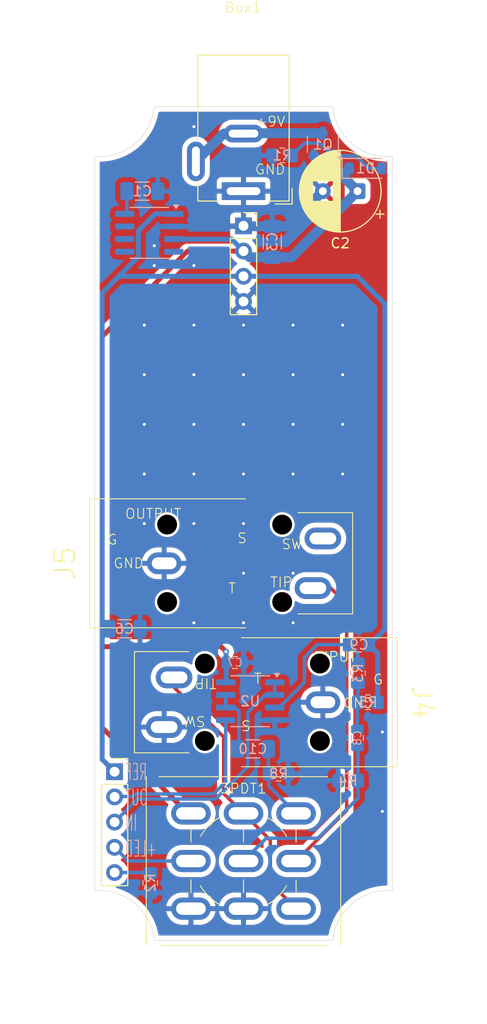
<source format=kicad_pcb>
(kicad_pcb (version 20241229) (generator "pcbnew") (generator_version "9.0")
  (layers (0 "F.Cu" jumper) (2 "B.Cu" signal) (13 "F.Paste" user) (15 "B.Paste" user) (5 "F.SilkS" user "F.Silkscreen") (7 "B.SilkS" user "B.Silkscreen") (1 "F.Mask" user) (3 "B.Mask" user) (25 "Edge.Cuts" user))
  (net 0 "")
  (net 1 "VIN")
  (net 2 "Net-(U1-NOISE_REDUCTION)")
  (net 3 "GND")
  (net 4 "IN^{EFF}")
  (net 5 "GNDREF")
  (net 6 "IN^{RAW}")
  (net 7 "OUT^{RAW}")
  (net 8 "Net-(D1-A)")
  (net 9 "Net-(U2A-+)")
  (net 10 "IN^{CONN}")
  (net 11 "Net-(C8-Pad2)")
  (net 12 "LED+")
  (net 13 "OUT^{CONN}")
  (net 14 "Net-(U2B--)")
  (net 15 "OUT^{EFF}")
  (net 16 "LED-")
  (net 22 "PWRIN")
  (footprint "Connector_BarrelJack:BarrelJack_Wuerth_6941xx301002" (layer "F.Cu") (at 100 66.5 180)
    (property "Reference" "J3" (hide yes))
    (property "Value" "Barrel_Jack_Switch")
    (fp_line (start 4.6 13.7) (end -4.6 13.7) (stroke (width 0.12)) (layer "F.SilkS"))
    (fp_line (start 4.6 5.2) (end 4.6 13.7) (stroke (width 0.12)) (layer "F.SilkS"))
    (fp_line (start 4.6 -1) (end 4.6 0.8) (stroke (width 0.12)) (layer "F.SilkS"))
    (fp_line (start 2.5 -1) (end 4.6 -1) (stroke (width 0.12)) (layer "F.SilkS"))
    (fp_line (start -3.2 -1.3) (end -4.9 -1.3) (stroke (width 0.12)) (layer "F.SilkS"))
    (fp_line (start -4.6 13.7) (end -4.6 -1) (stroke (width 0.12)) (layer "F.SilkS"))
    (fp_line (start -4.6 -1) (end -2.5 -1) (stroke (width 0.12)) (layer "F.SilkS"))
    (fp_line (start -4.9 -1.3) (end -4.9 0.3) (stroke (width 0.12)) (layer "F.SilkS"))
    (pad "1" thru_hole rect (at 0 0 180) (size 4.4 1.8) (drill oval 3.4 0.8) (layers "*.Cu" "*.Mask") (net 3 "GND"))
    (pad "2" thru_hole oval (at 0 5.8 180) (size 4 1.8) (drill oval 3 0.8) (layers "*.Cu" "*.Mask") (net 22 "PWRIN"))
    (pad "3" thru_hole oval (at 4.8 3 270) (size 4 1.8) (drill oval 3 0.8) (layers "*.Cu" "*.Mask") (net 22 "PWRIN"))
  )
  (footprint "Connector_PinSocket_2.54mm:PinSocket_1x04_P2.54mm_Vertical" (layer "F.Cu") (at 100 70)
    (property "Reference" "J1" (hide yes))
    (property "Value" "Conn_01x04_Pin")
    (fp_line (start -1.33 1.27) (end -1.33 8.95) (stroke (width 0.12)) (layer "F.SilkS"))
    (fp_line (start -1.33 1.27) (end 1.33 1.27) (stroke (width 0.12)) (layer "F.SilkS"))
    (fp_line (start -1.33 8.95) (end 1.33 8.95) (stroke (width 0.12)) (layer "F.SilkS"))
    (fp_line (start 0 -1.33) (end 1.33 -1.33) (stroke (width 0.12)) (layer "F.SilkS"))
    (fp_line (start 1.33 -1.33) (end 1.33 0) (stroke (width 0.12)) (layer "F.SilkS"))
    (fp_line (start 1.33 1.27) (end 1.33 8.95) (stroke (width 0.12)) (layer "F.SilkS"))
    (pad "1" thru_hole rect (at 0 0) (size 1.7 1.7) (drill 1) (layers "*.Cu" "*.Mask") (net 3 "GND"))
    (pad "2" thru_hole circle (at 0 2.54) (size 1.7 1.7) (drill 1) (layers "*.Cu" "*.Mask") (net 1 "VIN"))
    (pad "3" thru_hole circle (at 0 5.08) (size 1.7 1.7) (drill 1) (layers "*.Cu" "*.Mask") (net 5 "GNDREF"))
    (pad "4" thru_hole circle (at 0 7.62) (size 1.7 1.7) (drill 1) (layers "*.Cu" "*.Mask") (net 3 "GND"))
  )
  (footprint "Connector_PinSocket_2.54mm:PinSocket_1x05_P2.54mm_Vertical" (layer "F.Cu") (at 87 125)
    (property "Reference" "J2" (hide yes))
    (property "Value" "Conn_01x05_Pin")
    (fp_line (start -1.33 1.27) (end -1.33 11.49) (stroke (width 0.12)) (layer "F.SilkS"))
    (fp_line (start -1.33 1.27) (end 1.33 1.27) (stroke (width 0.12)) (layer "F.SilkS"))
    (fp_line (start -1.33 11.49) (end 1.33 11.49) (stroke (width 0.12)) (layer "F.SilkS"))
    (fp_line (start 0 -1.33) (end 1.33 -1.33) (stroke (width 0.12)) (layer "F.SilkS"))
    (fp_line (start 1.33 -1.33) (end 1.33 0) (stroke (width 0.12)) (layer "F.SilkS"))
    (fp_line (start 1.33 1.27) (end 1.33 11.49) (stroke (width 0.12)) (layer "F.SilkS"))
    (pad "1" thru_hole rect (at 0 0) (size 1.7 1.7) (drill 1) (layers "*.Cu" "*.Mask") (net 5 "GNDREF"))
    (pad "2" thru_hole circle (at 0 2.54) (size 1.7 1.7) (drill 1) (layers "*.Cu" "*.Mask") (net 15 "OUT^{EFF}"))
    (pad "3" thru_hole circle (at 0 5.08) (size 1.7 1.7) (drill 1) (layers "*.Cu" "*.Mask") (net 4 "IN^{EFF}"))
    (pad "4" thru_hole circle (at 0 7.62) (size 1.7 1.7) (drill 1) (layers "*.Cu" "*.Mask") (net 12 "LED+"))
    (pad "5" thru_hole circle (at 0 10.16) (size 1.7 1.7) (drill 1) (layers "*.Cu" "*.Mask") (net 16 "LED-"))
  )
  (footprint "Capacitor_THT:CP_Radial_D8.0mm_P3.50mm" (layer "F.Cu") (at 111.5 66.5 180)
    (property "Reference" "C2" (at 1.75 -5.25 0) (layer "F.SilkS"))
    (property "Value" "100uF")
    (fp_line (start 5.83 -0.533) (end 5.83 0.533) (stroke (width 0.12)) (layer "F.SilkS"))
    (fp_line (start 5.79 -0.768) (end 5.79 0.768) (stroke (width 0.12)) (layer "F.SilkS"))
    (fp_line (start 5.75 -0.947) (end 5.75 0.947) (stroke (width 0.12)) (layer "F.SilkS"))
    (fp_line (start 5.71 -1.097) (end 5.71 1.097) (stroke (width 0.12)) (layer "F.SilkS"))
    (fp_line (start 5.67 -1.228) (end 5.67 1.228) (stroke (width 0.12)) (layer "F.SilkS"))
    (fp_line (start 5.63 -1.346) (end 5.63 1.346) (stroke (width 0.12)) (layer "F.SilkS"))
    (fp_line (start 5.59 -1.453) (end 5.59 1.453) (stroke (width 0.12)) (layer "F.SilkS"))
    (fp_line (start 5.55 -1.552) (end 5.55 1.552) (stroke (width 0.12)) (layer "F.SilkS"))
    (fp_line (start 5.51 -1.644) (end 5.51 1.644) (stroke (width 0.12)) (layer "F.SilkS"))
    (fp_line (start 5.47 -1.731) (end 5.47 1.731) (stroke (width 0.12)) (layer "F.SilkS"))
    (fp_line (start 5.43 -1.813) (end 5.43 1.813) (stroke (width 0.12)) (layer "F.SilkS"))
    (fp_line (start 5.39 -1.89) (end 5.39 1.89) (stroke (width 0.12)) (layer "F.SilkS"))
    (fp_line (start 5.35 -1.964) (end 5.35 1.964) (stroke (width 0.12)) (layer "F.SilkS"))
    (fp_line (start 5.31 -2.034) (end 5.31 2.034) (stroke (width 0.12)) (layer "F.SilkS"))
    (fp_line (start 5.27 -2.101) (end 5.27 2.101) (stroke (width 0.12)) (layer "F.SilkS"))
    (fp_line (start 5.23 -2.165) (end 5.23 2.165) (stroke (width 0.12)) (layer "F.SilkS"))
    (fp_line (start 5.19 -2.227) (end 5.19 2.227) (stroke (width 0.12)) (layer "F.SilkS"))
    (fp_line (start 5.15 -2.287) (end 5.15 2.287) (stroke (width 0.12)) (layer "F.SilkS"))
    (fp_line (start 5.11 -2.344) (end 5.11 2.344) (stroke (width 0.12)) (layer "F.SilkS"))
    (fp_line (start 5.07 -2.4) (end 5.07 2.4) (stroke (width 0.12)) (layer "F.SilkS"))
    (fp_line (start 5.03 -2.453) (end 5.03 2.453) (stroke (width 0.12)) (layer "F.SilkS"))
    (fp_line (start 4.99 -2.505) (end 4.99 2.505) (stroke (width 0.12)) (layer "F.SilkS"))
    (fp_line (start 4.95 -2.555) (end 4.95 2.555) (stroke (width 0.12)) (layer "F.SilkS"))
    (fp_line (start 4.91 -2.604) (end 4.91 2.604) (stroke (width 0.12)) (layer "F.SilkS"))
    (fp_line (start 4.87 -2.651) (end 4.87 2.651) (stroke (width 0.12)) (layer "F.SilkS"))
    (fp_line (start 4.83 -2.696) (end 4.83 2.696) (stroke (width 0.12)) (layer "F.SilkS"))
    (fp_line (start 4.79 -2.741) (end 4.79 2.741) (stroke (width 0.12)) (layer "F.SilkS"))
    (fp_line (start 4.75 -2.784) (end 4.75 2.784) (stroke (width 0.12)) (layer "F.SilkS"))
    (fp_line (start 4.71 -2.826) (end 4.71 2.826) (stroke (width 0.12)) (layer "F.SilkS"))
    (fp_line (start 4.67 -2.867) (end 4.67 2.867) (stroke (width 0.12)) (layer "F.SilkS"))
    (fp_line (start 4.63 -2.906) (end 4.63 2.906) (stroke (width 0.12)) (layer "F.SilkS"))
    (fp_line (start 4.59 -2.945) (end 4.59 2.945) (stroke (width 0.12)) (layer "F.SilkS"))
    (fp_line (start 4.55 -2.982) (end 4.55 2.982) (stroke (width 0.12)) (layer "F.SilkS"))
    (fp_line (start 4.51 1.04) (end 4.51 3.019) (stroke (width 0.12)) (layer "F.SilkS"))
    (fp_line (start 4.51 -3.019) (end 4.51 -1.04) (stroke (width 0.12)) (layer "F.SilkS"))
    (fp_line (start 4.47 1.04) (end 4.47 3.055) (stroke (width 0.12)) (layer "F.SilkS"))
    (fp_line (start 4.47 -3.055) (end 4.47 -1.04) (stroke (width 0.12)) (layer "F.SilkS"))
    (fp_line (start 4.43 1.04) (end 4.43 3.089) (stroke (width 0.12)) (layer "F.SilkS"))
    (fp_line (start 4.43 -3.089) (end 4.43 -1.04) (stroke (width 0.12)) (layer "F.SilkS"))
    (fp_line (start 4.39 1.04) (end 4.39 3.123) (stroke (width 0.12)) (layer "F.SilkS"))
    (fp_line (start 4.39 -3.123) (end 4.39 -1.04) (stroke (width 0.12)) (layer "F.SilkS"))
    (fp_line (start 4.35 1.04) (end 4.35 3.156) (stroke (width 0.12)) (layer "F.SilkS"))
    (fp_line (start 4.35 -3.156) (end 4.35 -1.04) (stroke (width 0.12)) (layer "F.SilkS"))
    (fp_line (start 4.31 1.04) (end 4.31 3.188) (stroke (width 0.12)) (layer "F.SilkS"))
    (fp_line (start 4.31 -3.188) (end 4.31 -1.04) (stroke (width 0.12)) (layer "F.SilkS"))
    (fp_line (start 4.27 1.04) (end 4.27 3.219) (stroke (width 0.12)) (layer "F.SilkS"))
    (fp_line (start 4.27 -3.219) (end 4.27 -1.04) (stroke (width 0.12)) (layer "F.SilkS"))
    (fp_line (start 4.23 1.04) (end 4.23 3.25) (stroke (width 0.12)) (layer "F.SilkS"))
    (fp_line (start 4.23 -3.25) (end 4.23 -1.04) (stroke (width 0.12)) (layer "F.SilkS"))
    (fp_line (start 4.19 1.04) (end 4.19 3.28) (stroke (width 0.12)) (layer "F.SilkS"))
    (fp_line (start 4.19 -3.28) (end 4.19 -1.04) (stroke (width 0.12)) (layer "F.SilkS"))
    (fp_line (start 4.15 1.04) (end 4.15 3.309) (stroke (width 0.12)) (layer "F.SilkS"))
    (fp_line (start 4.15 -3.309) (end 4.15 -1.04) (stroke (width 0.12)) (layer "F.SilkS"))
    (fp_line (start 4.11 1.04) (end 4.11 3.337) (stroke (width 0.12)) (layer "F.SilkS"))
    (fp_line (start 4.11 -3.337) (end 4.11 -1.04) (stroke (width 0.12)) (layer "F.SilkS"))
    (fp_line (start 4.07 1.04) (end 4.07 3.365) (stroke (width 0.12)) (layer "F.SilkS"))
    (fp_line (start 4.07 -3.365) (end 4.07 -1.04) (stroke (width 0.12)) (layer "F.SilkS"))
    (fp_line (start 4.03 1.04) (end 4.03 3.392) (stroke (width 0.12)) (layer "F.SilkS"))
    (fp_line (start 4.03 -3.392) (end 4.03 -1.04) (stroke (width 0.12)) (layer "F.SilkS"))
    (fp_line (start 3.99 1.04) (end 3.99 3.418) (stroke (width 0.12)) (layer "F.SilkS"))
    (fp_line (start 3.99 -3.418) (end 3.99 -1.04) (stroke (width 0.12)) (layer "F.SilkS"))
    (fp_line (start 3.95 1.04) (end 3.95 3.443) (stroke (width 0.12)) (layer "F.SilkS"))
    (fp_line (start 3.95 -3.443) (end 3.95 -1.04) (stroke (width 0.12)) (layer "F.SilkS"))
    (fp_line (start 3.91 1.04) (end 3.91 3.468) (stroke (width 0.12)) (layer "F.SilkS"))
    (fp_line (start 3.91 -3.468) (end 3.91 -1.04) (stroke (width 0.12)) (layer "F.SilkS"))
    (fp_line (start 3.87 1.04) (end 3.87 3.493) (stroke (width 0.12)) (layer "F.SilkS"))
    (fp_line (start 3.87 -3.493) (end 3.87 -1.04) (stroke (width 0.12)) (layer "F.SilkS"))
    (fp_line (start 3.83 1.04) (end 3.83 3.516) (stroke (width 0.12)) (layer "F.SilkS"))
    (fp_line (start 3.83 -3.516) (end 3.83 -1.04) (stroke (width 0.12)) (layer "F.SilkS"))
    (fp_line (start 3.79 1.04) (end 3.79 3.539) (stroke (width 0.12)) (layer "F.SilkS"))
    (fp_line (start 3.79 -3.539) (end 3.79 -1.04) (stroke (width 0.12)) (layer "F.SilkS"))
    (fp_line (start 3.75 1.04) (end 3.75 3.562) (stroke (width 0.12)) (layer "F.SilkS"))
    (fp_line (start 3.75 -3.562) (end 3.75 -1.04) (stroke (width 0.12)) (layer "F.SilkS"))
    (fp_line (start 3.71 1.04) (end 3.71 3.584) (stroke (width 0.12)) (layer "F.SilkS"))
    (fp_line (start 3.71 -3.584) (end 3.71 -1.04) (stroke (width 0.12)) (layer "F.SilkS"))
    (fp_line (start 3.67 1.04) (end 3.67 3.605) (stroke (width 0.12)) (layer "F.SilkS"))
    (fp_line (start 3.67 -3.605) (end 3.67 -1.04) (stroke (width 0.12)) (layer "F.SilkS"))
    (fp_line (start 3.63 1.04) (end 3.63 3.626) (stroke (width 0.12)) (layer "F.SilkS"))
    (fp_line (start 3.63 -3.626) (end 3.63 -1.04) (stroke (width 0.12)) (layer "F.SilkS"))
    (fp_line (start 3.59 1.04) (end 3.59 3.646) (stroke (width 0.12)) (layer "F.SilkS"))
    (fp_line (start 3.59 -3.646) (end 3.59 -1.04) (stroke (width 0.12)) (layer "F.SilkS"))
    (fp_line (start 3.55 1.04) (end 3.55 3.666) (stroke (width 0.12)) (layer "F.SilkS"))
    (fp_line (start 3.55 -3.666) (end 3.55 -1.04) (stroke (width 0.12)) (layer "F.SilkS"))
    (fp_line (start 3.51 1.04) (end 3.51 3.685) (stroke (width 0.12)) (layer "F.SilkS"))
    (fp_line (start 3.51 -3.685) (end 3.51 -1.04) (stroke (width 0.12)) (layer "F.SilkS"))
    (fp_line (start 3.47 1.04) (end 3.47 3.704) (stroke (width 0.12)) (layer "F.SilkS"))
    (fp_line (start 3.47 -3.704) (end 3.47 -1.04) (stroke (width 0.12)) (layer "F.SilkS"))
    (fp_line (start 3.43 1.04) (end 3.43 3.722) (stroke (width 0.12)) (layer "F.SilkS"))
    (fp_line (start 3.43 -3.722) (end 3.43 -1.04) (stroke (width 0.12)) (layer "F.SilkS"))
    (fp_line (start 3.39 1.04) (end 3.39 3.74) (stroke (width 0.12)) (layer "F.SilkS"))
    (fp_line (start 3.39 -3.74) (end 3.39 -1.04) (stroke (width 0.12)) (layer "F.SilkS"))
    (fp_line (start 3.35 1.04) (end 3.35 3.757) (stroke (width 0.12)) (layer "F.SilkS"))
    (fp_line (start 3.35 -3.757) (end 3.35 -1.04) (stroke (width 0.12)) (layer "F.SilkS"))
    (fp_line (start 3.31 1.04) (end 3.31 3.773) (stroke (width 0.12)) (layer "F.SilkS"))
    (fp_line (start 3.31 -3.773) (end 3.31 -1.04) (stroke (width 0.12)) (layer "F.SilkS"))
    (fp_line (start 3.27 1.04) (end 3.27 3.789) (stroke (width 0.12)) (layer "F.SilkS"))
    (fp_line (start 3.27 -3.789) (end 3.27 -1.04) (stroke (width 0.12)) (layer "F.SilkS"))
    (fp_line (start 3.23 1.04) (end 3.23 3.805) (stroke (width 0.12)) (layer "F.SilkS"))
    (fp_line (start 3.23 -3.805) (end 3.23 -1.04) (stroke (width 0.12)) (layer "F.SilkS"))
    (fp_line (start 3.19 1.04) (end 3.19 3.82) (stroke (width 0.12)) (layer "F.SilkS"))
    (fp_line (start 3.19 -3.82) (end 3.19 -1.04) (stroke (width 0.12)) (layer "F.SilkS"))
    (fp_line (start 3.15 1.04) (end 3.15 3.835) (stroke (width 0.12)) (layer "F.SilkS"))
    (fp_line (start 3.15 -3.835) (end 3.15 -1.04) (stroke (width 0.12)) (layer "F.SilkS"))
    (fp_line (start 3.11 1.04) (end 3.11 3.849) (stroke (width 0.12)) (layer "F.SilkS"))
    (fp_line (start 3.11 -3.849) (end 3.11 -1.04) (stroke (width 0.12)) (layer "F.SilkS"))
    (fp_line (start 3.07 1.04) (end 3.07 3.863) (stroke (width 0.12)) (layer "F.SilkS"))
    (fp_line (start 3.07 -3.863) (end 3.07 -1.04) (stroke (width 0.12)) (layer "F.SilkS"))
    (fp_line (start 3.03 1.04) (end 3.03 3.876) (stroke (width 0.12)) (layer "F.SilkS"))
    (fp_line (start 3.03 -3.876) (end 3.03 -1.04) (stroke (width 0.12)) (layer "F.SilkS"))
    (fp_line (start 2.99 1.04) (end 2.99 3.889) (stroke (width 0.12)) (layer "F.SilkS"))
    (fp_line (start 2.99 -3.889) (end 2.99 -1.04) (stroke (width 0.12)) (layer "F.SilkS"))
    (fp_line (start 2.95 1.04) (end 2.95 3.901) (stroke (width 0.12)) (layer "F.SilkS"))
    (fp_line (start 2.95 -3.901) (end 2.95 -1.04) (stroke (width 0.12)) (layer "F.SilkS"))
    (fp_line (start 2.91 1.04) (end 2.91 3.913) (stroke (width 0.12)) (layer "F.SilkS"))
    (fp_line (start 2.91 -3.913) (end 2.91 -1.04) (stroke (width 0.12)) (layer "F.SilkS"))
    (fp_line (start 2.87 1.04) (end 2.87 3.925) (stroke (width 0.12)) (layer "F.SilkS"))
    (fp_line (start 2.87 -3.925) (end 2.87 -1.04) (stroke (width 0.12)) (layer "F.SilkS"))
    (fp_line (start 2.83 1.04) (end 2.83 3.936) (stroke (width 0.12)) (layer "F.SilkS"))
    (fp_line (start 2.83 -3.936) (end 2.83 -1.04) (stroke (width 0.12)) (layer "F.SilkS"))
    (fp_line (start 2.79 1.04) (end 2.79 3.947) (stroke (width 0.12)) (layer "F.SilkS"))
    (fp_line (start 2.79 -3.947) (end 2.79 -1.04) (stroke (width 0.12)) (layer "F.SilkS"))
    (fp_line (start 2.75 1.04) (end 2.75 3.957) (stroke (width 0.12)) (layer "F.SilkS"))
    (fp_line (start 2.75 -3.957) (end 2.75 -1.04) (stroke (width 0.12)) (layer "F.SilkS"))
    (fp_line (start 2.71 1.04) (end 2.71 3.967) (stroke (width 0.12)) (layer "F.SilkS"))
    (fp_line (start 2.71 -3.967) (end 2.71 -1.04) (stroke (width 0.12)) (layer "F.SilkS"))
    (fp_line (start 2.67 1.04) (end 2.67 3.976) (stroke (width 0.12)) (layer "F.SilkS"))
    (fp_line (start 2.67 -3.976) (end 2.67 -1.04) (stroke (width 0.12)) (layer "F.SilkS"))
    (fp_line (start 2.63 1.04) (end 2.63 3.985) (stroke (width 0.12)) (layer "F.SilkS"))
    (fp_line (start 2.63 -3.985) (end 2.63 -1.04) (stroke (width 0.12)) (layer "F.SilkS"))
    (fp_line (start 2.59 1.04) (end 2.59 3.993) (stroke (width 0.12)) (layer "F.SilkS"))
    (fp_line (start 2.59 -3.993) (end 2.59 -1.04) (stroke (width 0.12)) (layer "F.SilkS"))
    (fp_line (start 2.55 1.04) (end 2.55 4.002) (stroke (width 0.12)) (layer "F.SilkS"))
    (fp_line (start 2.55 -4.002) (end 2.55 -1.04) (stroke (width 0.12)) (layer "F.SilkS"))
    (fp_line (start 2.51 1.04) (end 2.51 4.009) (stroke (width 0.12)) (layer "F.SilkS"))
    (fp_line (start 2.51 -4.009) (end 2.51 -1.04) (stroke (width 0.12)) (layer "F.SilkS"))
    (fp_line (start 2.47 1.04) (end 2.47 4.017) (stroke (width 0.12)) (layer "F.SilkS"))
    (fp_line (start 2.47 -4.017) (end 2.47 -1.04) (stroke (width 0.12)) (layer "F.SilkS"))
    (fp_line (start 2.43 -4.023) (end 2.43 4.023) (stroke (width 0.12)) (layer "F.SilkS"))
    (fp_line (start 2.39 -4.03) (end 2.39 4.03) (stroke (width 0.12)) (layer "F.SilkS"))
    (fp_line (start 2.35 -4.036) (end 2.35 4.036) (stroke (width 0.12)) (layer "F.SilkS"))
    (fp_line (start 2.31 -4.042) (end 2.31 4.042) (stroke (width 0.12)) (layer "F.SilkS"))
    (fp_line (start 2.27 -4.047) (end 2.27 4.047) (stroke (width 0.12)) (layer "F.SilkS"))
    (fp_line (start 2.23 -4.052) (end 2.23 4.052) (stroke (width 0.12)) (layer "F.SilkS"))
    (fp_line (start 2.19 -4.056) (end 2.19 4.056) (stroke (width 0.12)) (layer "F.SilkS"))
    (fp_line (start 2.15 -4.061) (end 2.15 4.061) (stroke (width 0.12)) (layer "F.SilkS"))
    (fp_line (start 2.11 -4.064) (end 2.11 4.064) (stroke (width 0.12)) (layer "F.SilkS"))
    (fp_line (start 2.07 -4.068) (end 2.07 4.068) (stroke (width 0.12)) (layer "F.SilkS"))
    (fp_line (start 2.03 -4.07) (end 2.03 4.07) (stroke (width 0.12)) (layer "F.SilkS"))
    (fp_line (start 1.99 -4.073) (end 1.99 4.073) (stroke (width 0.12)) (layer "F.SilkS"))
    (fp_line (start 1.95 -4.075) (end 1.95 4.075) (stroke (width 0.12)) (layer "F.SilkS"))
    (fp_line (start 1.91 -4.077) (end 1.91 4.077) (stroke (width 0.12)) (layer "F.SilkS"))
    (fp_line (start 1.87 -4.078) (end 1.87 4.078) (stroke (width 0.12)) (layer "F.SilkS"))
    (fp_line (start 1.83 -4.079) (end 1.83 4.079) (stroke (width 0.12)) (layer "F.SilkS"))
    (fp_line (start 1.79 -4.08) (end 1.79 4.08) (stroke (width 0.12)) (layer "F.SilkS"))
    (fp_line (start 1.75 -4.08) (end 1.75 4.08) (stroke (width 0.12)) (layer "F.SilkS"))
    (fp_line (start -2.259698 -2.715) (end -2.259698 -1.915) (stroke (width 0.12)) (layer "F.SilkS"))
    (fp_line (start -2.659698 -2.315) (end -1.859698 -2.315) (stroke (width 0.12)) (layer "F.SilkS"))
    (fp_circle (center 1.75 0) (end 5.87 0) (stroke (width 0.12)) (fill no) (layer "F.SilkS"))
    (pad "1" thru_hole roundrect (at 0 0 180) (size 1.6 1.6) (drill 0.8) (layers "*.Cu" "*.Mask") (roundrect_rratio 0.15625) (net 1 "VIN"))
    (pad "2" thru_hole circle (at 3.5 0 180) (size 1.6 1.6) (drill 0.8) (layers "*.Cu" "*.Mask") (net 3 "GND"))
  )
  (footprint "Mylib:1590A" (layer "F.Cu") (at 100 100)
    (property "Reference" "Box1" (at -0.05 -52 0) (layer "F.SilkS") (effects (font (thickness 0.1))))
    (property "Value" "1590A")
    (fp_line (start 0.05 50.375) (end 0.05 50.375) (stroke (width 0.1)) (layer "F.SilkS"))
  )
  (footprint "Mylib:3PDT-Stomp-Switch" (layer "F.Cu") (at 100 134)
    (property "Reference" "3PDT1" (at 0 -7.3 0) (layer "F.SilkS") (effects (font (thickness 0.1))))
    (property "Value" "3PDT")
    (fp_line (start -9.8 -8.5) (end -9.8 8.5) (stroke (width 0.1)) (layer "F.SilkS"))
    (fp_line (start -8.5 -8.5) (end 8.5 -8.5) (stroke (width 0.1)) (layer "F.SilkS"))
    (fp_line (start -8.5 8.5) (end 8.5 8.5) (stroke (width 0.1)) (layer "F.SilkS"))
    (fp_line (start -5.3 -3.2) (end -5.3 -1.9) (stroke (width 0.1)) (layer "F.SilkS"))
    (fp_line (start -5.3 1.9) (end -5.3 3.2) (stroke (width 0.1)) (layer "F.SilkS"))
    (fp_line (start 0 -3.2) (end 0 -1.9) (stroke (width 0.1)) (layer "F.SilkS"))
    (fp_line (start 0 1.9) (end 0 3.2) (stroke (width 0.1)) (layer "F.SilkS"))
    (fp_line (start 5.3 -3.2) (end 5.3 -1.9) (stroke (width 0.1)) (layer "F.SilkS"))
    (fp_line (start 5.3 1.9) (end 5.3 3.2) (stroke (width 0.1)) (layer "F.SilkS"))
    (fp_line (start 9.8 -8.5) (end 9.8 8.5) (stroke (width 0.1)) (layer "F.SilkS"))
    (fp_arc (start -4.33 -2.5) (mid -3.535462 -3.535462) (end -2.5 -4.33) (stroke (width 0.1)) (layer "F.SilkS"))
    (fp_arc (start -2.5 4.33) (mid -3.535462 3.535462) (end -4.33 2.5) (stroke (width 0.1)) (layer "F.SilkS"))
    (fp_arc (start 2.5 -4.33) (mid 3.535462 -3.535462) (end 4.33 -2.5) (stroke (width 0.1)) (layer "F.SilkS"))
    (fp_arc (start 4.33 2.5) (mid 3.535462 3.535462) (end 2.5 4.33) (stroke (width 0.1)) (layer "F.SilkS"))
    (pad "1" thru_hole oval (at -5.3 -4.8) (size 4 2.25) (drill oval 3 1.25) (layers "*.Cu" "*.Mask") (net 1 "VIN"))
    (pad "2" thru_hole oval (at -5.3 0) (size 4 2.25) (drill oval 3 1.25) (layers "*.Cu" "*.Mask") (net 12 "LED+"))
    (pad "3" thru_hole oval (at -5.3 4.8) (size 4 2.25) (drill oval 3 1.25) (layers "*.Cu" "*.Mask") (net 3 "GND"))
    (pad "4" thru_hole oval (at 0 -4.8) (size 4 2.25) (drill oval 3 1.25) (layers "*.Cu" "*.Mask") (net 10 "IN^{CONN}"))
    (pad "5" thru_hole oval (at 0 0) (size 4 2.25) (drill oval 3 1.25) (layers "*.Cu" "*.Mask") (net 6 "IN^{RAW}"))
    (pad "6" thru_hole oval (at 0 4.8) (size 4 2.25) (drill oval 3 1.25) (layers "*.Cu" "*.Mask") (net 3 "GND"))
    (pad "7" thru_hole oval (at 5.3 -4.8) (size 4 2.25) (drill oval 3 1.25) (layers "*.Cu" "*.Mask") (net 7 "OUT^{RAW}"))
    (pad "8" thru_hole oval (at 5.3 0) (size 4 2.25) (drill oval 3 1.25) (layers "*.Cu" "*.Mask") (net 13 "OUT^{CONN}"))
    (pad "9" thru_hole oval (at 5.3 4.8) (size 4 2.25) (drill oval 3 1.25) (layers "*.Cu" "*.Mask") (net 10 "IN^{CONN}"))
  )
  (footprint "Mylib:CK-6.35" (layer "F.Cu") (at 108 118 180)
    (property "Reference" "J4" (at -10 0 270) (layer "F.SilkS") (effects (font (size 2 2) (thickness 0.2))))
    (property "Value" "AudioJack2_Ground")
    (fp_line (start 19 5.1) (end 13.5 5.1) (stroke (width 0.1)) (layer "F.SilkS"))
    (fp_line (start 19 -5.1) (end 19 5.1) (stroke (width 0.1)) (layer "F.SilkS"))
    (fp_line (start 13.5 -5.1) (end 19 -5.1) (stroke (width 0.1)) (layer "F.SilkS"))
    (fp_line (start -7.5 6.5) (end 8.2 6.5) (stroke (width 0.1)) (layer "F.SilkS"))
    (fp_line (start -7.5 -6.5) (end 8.2 -6.5) (stroke (width 0.1)) (layer "F.SilkS"))
    (fp_line (start -7.5 -6.5) (end -7.5 6.5) (stroke (width 0.1)) (layer "F.SilkS"))
    (fp_text user "TIP" (at 13 2.5 180) (layer "F.SilkS") (effects (font (thickness 0.1)) (justify right bottom)))
    (fp_text user "SW" (at 14 -2.5 180) (layer "F.SilkS") (effects (font (thickness 0.1)) (justify right top)))
    (fp_text user "G" (at -5 1.7 0) (layer "F.SilkS") (effects (font (thickness 0.1)) (justify left bottom)))
    (fp_text user "T" (at 7 1.8 0) (layer "F.SilkS") (effects (font (thickness 0.1)) (justify left bottom)))
    (fp_text user "GND" (at -2 0 180) (layer "F.SilkS") (effects (font (thickness 0.1)) (justify right)))
    (fp_text user "S" (at 8.3 -3 0) (layer "F.SilkS") (effects (font (thickness 0.1)) (justify left bottom)))
    (pad "" np_thru_hole circle (at 0.3 -3.9 180) (size 2.54 2.54) (drill 2) (layers "*.Mask"))
    (pad "" np_thru_hole circle (at 0.3 3.9 180) (size 2.54 2.54) (drill 2) (layers "*.Mask"))
    (pad "" np_thru_hole circle (at 11.9 -3.9 180) (size 2.54 2.54) (drill 2) (layers "*.Mask"))
    (pad "" np_thru_hole circle (at 11.9 3.9 180) (size 2.54 2.54) (drill 2) (layers "*.Mask"))
    (pad "G" thru_hole oval (at 0 0 180) (size 3.5 2.2) (drill oval 2.5 1.2) (layers "*.Cu" "*.Mask") (net 3 "GND"))
    (pad "S" thru_hole oval (at 16 -2.5 180) (size 3.7 2.2) (drill oval 2.7 1.2) (layers "*.Cu" "*.Mask") (net 3 "GND"))
    (pad "T" thru_hole oval (at 15 2.5 180) (size 3.7 2.2) (drill oval 2.7 1.2) (layers "*.Cu" "*.Mask") (net 10 "IN^{CONN}"))
  )
  (footprint "Mylib:CK-6.35" (layer "F.Cu") (at 92 104)
    (property "Reference" "J5" (at -10 0 90) (layer "F.SilkS") (effects (font (size 2 2) (thickness 0.2))))
    (property "Value" "AudioJack2_Ground")
    (fp_line (start -7.5 -6.5) (end -7.5 6.5) (stroke (width 0.1)) (layer "F.SilkS"))
    (fp_line (start -7.5 -6.5) (end 8.2 -6.5) (stroke (width 0.1)) (layer "F.SilkS"))
    (fp_line (start -7.5 6.5) (end 8.2 6.5) (stroke (width 0.1)) (layer "F.SilkS"))
    (fp_line (start 13.5 -5.1) (end 19 -5.1) (stroke (width 0.1)) (layer "F.SilkS"))
    (fp_line (start 19 -5.1) (end 19 5.1) (stroke (width 0.1)) (layer "F.SilkS"))
    (fp_line (start 19 5.1) (end 13.5 5.1) (stroke (width 0.1)) (layer "F.SilkS"))
    (fp_text user "TIP" (at 13 2.5 0) (layer "F.SilkS") (effects (font (thickness 0.1)) (justify right bottom)))
    (fp_text user "GND" (at -2 0 0) (layer "F.SilkS") (effects (font (thickness 0.1)) (justify right)))
    (fp_text user "S" (at 8.4 -3.2 180) (layer "F.SilkS") (effects (font (thickness 0.1)) (justify left bottom)))
    (fp_text user "SW" (at 14 -2.5 0) (layer "F.SilkS") (effects (font (thickness 0.1)) (justify right top)))
    (fp_text user "G" (at -5.8 -1.8 0) (layer "F.SilkS") (effects (font (thickness 0.1)) (justify left bottom)))
    (fp_text user "T" (at 6.4 3.1 0) (layer "F.SilkS") (effects (font (thickness 0.1)) (justify left bottom)))
    (pad "" np_thru_hole circle (at 0.3 -3.9) (size 2.54 2.54) (drill 2) (layers "*.Mask"))
    (pad "" np_thru_hole circle (at 0.3 3.9) (size 2.54 2.54) (drill 2) (layers "*.Mask"))
    (pad "" np_thru_hole circle (at 11.9 -3.9) (size 2.54 2.54) (drill 2) (layers "*.Mask"))
    (pad "" np_thru_hole circle (at 11.9 3.9) (size 2.54 2.54) (drill 2) (layers "*.Mask"))
    (pad "G" thru_hole oval (at 0 0) (size 3.5 2.2) (drill oval 2.5 1.2) (layers "*.Cu" "*.Mask") (net 3 "GND"))
    (pad "S" thru_hole oval (at 16 -2.5) (size 3.7 2.2) (drill oval 2.7 1.2) (layers "*.Cu" "*.Mask"))
    (pad "T" thru_hole oval (at 15 2.5) (size 3.7 2.2) (drill oval 2.7 1.2) (layers "*.Cu" "*.Mask") (net 13 "OUT^{CONN}"))
  )
  (footprint "Capacitor_SMD:C_1206_3216Metric_Pad1.33x1.80mm_HandSolder" (layer "B.Cu") (at 102.9 71.6 90)
    (property "Reference" "C3" (at 0 0 90) (layer "B.SilkS") (effects (justify mirror)))
    (property "Value" "10uF")
    (fp_line (start -0.711252 -0.91) (end 0.711252 -0.91) (stroke (width 0.12)) (layer "B.SilkS"))
    (fp_line (start -0.711252 0.91) (end 0.711252 0.91) (stroke (width 0.12)) (layer "B.SilkS"))
    (pad "1" smd roundrect (at -1.5625 0 90) (size 1.325 1.8) (layers "B.Cu" "B.Mask" "B.Paste") (roundrect_rratio 0.188679) (net 1 "VIN"))
    (pad "2" smd roundrect (at 1.5625 0 90) (size 1.325 1.8) (layers "B.Cu" "B.Mask" "B.Paste") (roundrect_rratio 0.188679) (net 3 "GND"))
  )
  (footprint "Package_TO_SOT_SMD:SOT-23-3" (layer "B.Cu") (at 108 61.8 90)
    (property "Reference" "Q1" (at 0 0 0) (layer "B.SilkS") (effects (justify mirror)))
    (property "Value" "40V")
    (fp_line (start 0 -1.56) (end 0.8 -1.56) (stroke (width 0.12)) (layer "B.SilkS"))
    (fp_line (start 0 -1.56) (end -0.8 -1.56) (stroke (width 0.12)) (layer "B.SilkS"))
    (fp_line (start 0 1.56) (end 0.8 1.56) (stroke (width 0.12)) (layer "B.SilkS"))
    (fp_line (start 0 1.56) (end -0.8 1.56) (stroke (width 0.12)) (layer "B.SilkS"))
    (fp_poly (pts (xy -1.3 1.51) (xy -1.54 1.84) (xy -1.06 1.84)) (stroke (width 0.12)) (fill yes) (layer "B.SilkS"))
    (pad "1" smd roundrect (at -1.1375 0.95 90) (size 1.325 0.6) (layers "B.Cu" "B.Mask" "B.Paste") (net 8 "Net-(D1-A)"))
    (pad "2" smd roundrect (at -1.1375 -0.95 90) (size 1.325 0.6) (layers "B.Cu" "B.Mask" "B.Paste") (net 1 "VIN"))
    (pad "3" smd roundrect (at 1.1375 0 90) (size 1.325 0.6) (layers "B.Cu" "B.Mask" "B.Paste") (net 22 "PWRIN"))
  )
  (footprint "Capacitor_SMD:C_0805_2012Metric_Pad1.18x1.45mm_HandSolder" (layer "B.Cu") (at 111.6375 112.2)
    (property "Reference" "C9" (at 0 0 0) (layer "B.SilkS") (effects (justify mirror)))
    (property "Value" "220pF")
    (fp_line (start -0.261252 -0.735) (end 0.261252 -0.735) (stroke (width 0.12)) (layer "B.SilkS"))
    (fp_line (start -0.261252 0.735) (end 0.261252 0.735) (stroke (width 0.12)) (layer "B.SilkS"))
    (pad "1" smd roundrect (at -1.0375 0) (size 1.175 1.45) (layers "B.Cu" "B.Mask" "B.Paste") (roundrect_rratio 0.212766) (net 9 "Net-(U2A-+)"))
    (pad "2" smd roundrect (at 1.0375 0) (size 1.175 1.45) (layers "B.Cu" "B.Mask" "B.Paste") (roundrect_rratio 0.212766) (net 5 "GNDREF"))
  )
  (footprint "Mylib:C_0704_1810Metric" (layer "B.Cu") (at 111.475 121.6 90)
    (property "Reference" "C8" (at 0 0 90) (layer "B.SilkS") (effects (font (size 0.8 0.8) (thickness 0.1)) (justify mirror)))
    (property "Value" "0.1uF")
    (fp_line (start -0.25 -0.6) (end 0.25 -0.6) (stroke (width 0.12)) (layer "B.SilkS"))
    (fp_line (start -0.25 0.6) (end 0.25 0.6) (stroke (width 0.12)) (layer "B.SilkS"))
    (pad "1" smd roundrect (at -0.875 0 90) (size 0.9 1.25) (layers "B.Cu" "B.Mask" "B.Paste") (roundrect_rratio 0.2) (net 6 "IN^{RAW}"))
    (pad "2" smd roundrect (at 0.875 0 90) (size 0.9 1.25) (layers "B.Cu" "B.Mask" "B.Paste") (roundrect_rratio 0.2) (net 11 "Net-(C8-Pad2)"))
  )
  (footprint "Capacitor_SMD:C_1206_3216Metric_Pad1.33x1.80mm_HandSolder" (layer "B.Cu") (at 88 110.6)
    (property "Reference" "C6" (at 0 0 0) (layer "B.SilkS") (effects (justify mirror)))
    (property "Value" "10uF")
    (fp_line (start -0.711252 -0.91) (end 0.711252 -0.91) (stroke (width 0.12)) (layer "B.SilkS"))
    (fp_line (start -0.711252 0.91) (end 0.711252 0.91) (stroke (width 0.12)) (layer "B.SilkS"))
    (pad "1" smd roundrect (at -1.5625 0) (size 1.325 1.8) (layers "B.Cu" "B.Mask" "B.Paste") (roundrect_rratio 0.188679) (net 5 "GNDREF"))
    (pad "2" smd roundrect (at 1.5625 0) (size 1.325 1.8) (layers "B.Cu" "B.Mask" "B.Paste") (roundrect_rratio 0.188679) (net 3 "GND"))
  )
  (footprint "Diode_SMD:D_SOD-123" (layer "B.Cu") (at 112.3 64.2)
    (property "Reference" "D1" (at 0 0 0) (layer "B.SilkS") (effects (justify mirror)))
    (property "Value" "12V")
    (fp_line (start -2.36 -1) (end 1.65 -1) (stroke (width 0.12)) (layer "B.SilkS"))
    (fp_line (start -2.36 1) (end -2.36 -1) (stroke (width 0.12)) (layer "B.SilkS"))
    (fp_line (start -2.36 1) (end 1.65 1) (stroke (width 0.12)) (layer "B.SilkS"))
    (pad "1" smd roundrect (at -1.65 0) (size 0.9 1.2) (layers "B.Cu" "B.Mask" "B.Paste") (net 1 "VIN"))
    (pad "2" smd roundrect (at 1.65 0) (size 0.9 1.2) (layers "B.Cu" "B.Mask" "B.Paste") (net 8 "Net-(D1-A)"))
  )
  (footprint "Resistor_SMD:R_0805_2012Metric_Pad1.20x1.40mm_HandSolder" (layer "B.Cu") (at 103.5375 125.2)
    (property "Reference" "R8" (at 0 0 0) (layer "B.SilkS") (effects (justify mirror)))
    (property "Value" "100k")
    (fp_line (start -0.227064 -0.735) (end 0.227064 -0.735) (stroke (width 0.12)) (layer "B.SilkS"))
    (fp_line (start -0.227064 0.735) (end 0.227064 0.735) (stroke (width 0.12)) (layer "B.SilkS"))
    (pad "1" smd roundrect (at -1 0) (size 1.2 1.4) (layers "B.Cu" "B.Mask" "B.Paste") (roundrect_rratio 0.208333) (net 7 "OUT^{RAW}"))
    (pad "2" smd roundrect (at 1 0) (size 1.2 1.4) (layers "B.Cu" "B.Mask" "B.Paste") (roundrect_rratio 0.208333) (net 3 "GND"))
  )
  (footprint "Resistor_SMD:R_0805_2012Metric_Pad1.20x1.40mm_HandSolder" (layer "B.Cu") (at 111.5375 115.0625 90)
    (property "Reference" "R3" (at 0 0 90) (layer "B.SilkS") (effects (justify mirror)))
    (property "Value" "1k" (hide yes))
    (fp_line (start -0.227064 -0.735) (end 0.227064 -0.735) (stroke (width 0.12)) (layer "B.SilkS"))
    (fp_line (start -0.227064 0.735) (end 0.227064 0.735) (stroke (width 0.12)) (layer "B.SilkS"))
    (pad "1" smd roundrect (at -1 0 90) (size 1.2 1.4) (layers "B.Cu" "B.Mask" "B.Paste") (roundrect_rratio 0.208333) (net 11 "Net-(C8-Pad2)"))
    (pad "2" smd roundrect (at 1 0 90) (size 1.2 1.4) (layers "B.Cu" "B.Mask" "B.Paste") (roundrect_rratio 0.208333) (net 9 "Net-(U2A-+)"))
  )
  (footprint "Package_SO:SOIC-8_3.9x4.9mm_P1.27mm" (layer "B.Cu") (at 90.5 70.7 180)
    (property "Reference" "U1" (hide yes))
    (property "Value" "TLE2426xD" (hide yes))
    (fp_line (start 0 2.56) (end 1.95 2.56) (stroke (width 0.12)) (layer "B.SilkS"))
    (fp_line (start 0 2.56) (end -1.95 2.56) (stroke (width 0.12)) (layer "B.SilkS"))
    (fp_line (start 0 -2.56) (end 1.95 -2.56) (stroke (width 0.12)) (layer "B.SilkS"))
    (fp_line (start 0 -2.56) (end -1.95 -2.56) (stroke (width 0.12)) (layer "B.SilkS"))
    (fp_poly (pts (xy -2.7 2.465) (xy -2.94 2.795) (xy -2.46 2.795)) (stroke (width 0.12)) (fill yes) (layer "B.SilkS"))
    (pad "1" smd roundrect (at -2.475 1.905 180) (size 1.95 0.6) (layers "B.Cu" "B.Mask" "B.Paste") (net 5 "GNDREF"))
    (pad "2" smd roundrect (at -2.475 0.635 180) (size 1.95 0.6) (layers "B.Cu" "B.Mask" "B.Paste") (net 3 "GND"))
    (pad "3" smd roundrect (at -2.475 -0.635 180) (size 1.95 0.6) (layers "B.Cu" "B.Mask" "B.Paste") (net 1 "VIN"))
    (pad "4" smd roundrect (at -2.475 -1.905 180) (size 1.95 0.6) (layers "B.Cu" "B.Mask" "B.Paste"))
    (pad "5" smd roundrect (at 2.475 -1.905 180) (size 1.95 0.6) (layers "B.Cu" "B.Mask" "B.Paste"))
    (pad "6" smd roundrect (at 2.475 -0.635 180) (size 1.95 0.6) (layers "B.Cu" "B.Mask" "B.Paste"))
    (pad "7" smd roundrect (at 2.475 0.635 180) (size 1.95 0.6) (layers "B.Cu" "B.Mask" "B.Paste"))
    (pad "8" smd roundrect (at 2.475 1.905 180) (size 1.95 0.6) (layers "B.Cu" "B.Mask" "B.Paste") (net 2 "Net-(U1-NOISE_REDUCTION)"))
  )
  (footprint "Resistor_SMD:R_0805_2012Metric_Pad1.20x1.40mm_HandSolder" (layer "B.Cu") (at 112.5375 118)
    (property "Reference" "R5" (at 0 0 0) (layer "B.SilkS") (effects (justify mirror)))
    (property "Value" "470k" (hide yes))
    (fp_line (start -0.227064 -0.735) (end 0.227064 -0.735) (stroke (width 0.12)) (layer "B.SilkS"))
    (fp_line (start -0.227064 0.735) (end 0.227064 0.735) (stroke (width 0.12)) (layer "B.SilkS"))
    (pad "1" smd roundrect (at -1 0) (size 1.2 1.4) (layers "B.Cu" "B.Mask" "B.Paste") (roundrect_rratio 0.208333) (net 11 "Net-(C8-Pad2)"))
    (pad "2" smd roundrect (at 1 0) (size 1.2 1.4) (layers "B.Cu" "B.Mask" "B.Paste") (roundrect_rratio 0.208333) (net 5 "GNDREF"))
  )
  (footprint "Resistor_SMD:R_0805_2012Metric_Pad1.20x1.40mm_HandSolder" (layer "B.Cu") (at 90.6 136.2 -90)
    (property "Reference" "R2" (at 0 0 90) (layer "B.SilkS") (effects (justify mirror)))
    (property "Value" "10k")
    (fp_line (start -0.227064 0.735) (end 0.227064 0.735) (stroke (width 0.12)) (layer "B.SilkS"))
    (fp_line (start -0.227064 -0.735) (end 0.227064 -0.735) (stroke (width 0.12)) (layer "B.SilkS"))
    (pad "1" smd roundrect (at -1 0 270) (size 1.2 1.4) (layers "B.Cu" "B.Mask" "B.Paste") (roundrect_rratio 0.208333) (net 16 "LED-"))
    (pad "2" smd roundrect (at 1 0 270) (size 1.2 1.4) (layers "B.Cu" "B.Mask" "B.Paste") (roundrect_rratio 0.208333) (net 3 "GND"))
  )
  (footprint "Capacitor_SMD:C_1206_3216Metric_Pad1.33x1.80mm_HandSolder" (layer "B.Cu") (at 89.8 66.5)
    (property "Reference" "C1" (at 0 0 0) (layer "B.SilkS") (effects (justify mirror)))
    (property "Value" "1uF")
    (fp_line (start -0.711252 -0.91) (end 0.711252 -0.91) (stroke (width 0.12)) (layer "B.SilkS"))
    (fp_line (start -0.711252 0.91) (end 0.711252 0.91) (stroke (width 0.12)) (layer "B.SilkS"))
    (pad "1" smd roundrect (at -1.5625 0) (size 1.325 1.8) (layers "B.Cu" "B.Mask" "B.Paste") (roundrect_rratio 0.188679) (net 2 "Net-(U1-NOISE_REDUCTION)"))
    (pad "2" smd roundrect (at 1.5625 0) (size 1.325 1.8) (layers "B.Cu" "B.Mask" "B.Paste") (roundrect_rratio 0.188679) (net 3 "GND"))
  )
  (footprint "Capacitor_SMD:C_1206_3216Metric_Pad1.33x1.80mm_HandSolder" (layer "B.Cu") (at 100.9375 122.7 180)
    (property "Reference" "C10" (at 0 0 0) (layer "B.SilkS") (effects (justify mirror)))
    (property "Value" "0.47uF")
    (fp_line (start -0.711252 0.91) (end 0.711252 0.91) (stroke (width 0.12)) (layer "B.SilkS"))
    (fp_line (start -0.711252 -0.91) (end 0.711252 -0.91) (stroke (width 0.12)) (layer "B.SilkS"))
    (pad "1" smd roundrect (at -1.5625 0 180) (size 1.325 1.8) (layers "B.Cu" "B.Mask" "B.Paste") (roundrect_rratio 0.188679) (net 7 "OUT^{RAW}"))
    (pad "2" smd roundrect (at 1.5625 0 180) (size 1.325 1.8) (layers "B.Cu" "B.Mask" "B.Paste") (roundrect_rratio 0.188679) (net 14 "Net-(U2B--)"))
  )
  (footprint "Resistor_SMD:R_0805_2012Metric_Pad1.20x1.40mm_HandSolder" (layer "B.Cu") (at 103.9 62.9 180)
    (property "Reference" "R1" (at 0 0 0) (layer "B.SilkS") (effects (justify mirror)))
    (property "Value" "100k")
    (fp_line (start -0.227064 0.735) (end 0.227064 0.735) (stroke (width 0.12)) (layer "B.SilkS"))
    (fp_line (start -0.227064 -0.735) (end 0.227064 -0.735) (stroke (width 0.12)) (layer "B.SilkS"))
    (pad "1" smd roundrect (at -1 0 180) (size 1.2 1.4) (layers "B.Cu" "B.Mask" "B.Paste") (roundrect_rratio 0.208333) (net 8 "Net-(D1-A)"))
    (pad "2" smd roundrect (at 1 0 180) (size 1.2 1.4) (layers "B.Cu" "B.Mask" "B.Paste") (roundrect_rratio 0.208333) (net 3 "GND"))
  )
  (footprint "Resistor_SMD:R_0805_2012Metric_Pad1.20x1.40mm_HandSolder" (layer "B.Cu") (at 110.5375 125.9 180)
    (property "Reference" "R4" (at 0 0 0) (layer "B.SilkS") (effects (justify mirror)))
    (property "Value" "1M0" (hide yes))
    (fp_line (start -0.227064 0.735) (end 0.227064 0.735) (stroke (width 0.12)) (layer "B.SilkS"))
    (fp_line (start -0.227064 -0.735) (end 0.227064 -0.735) (stroke (width 0.12)) (layer "B.SilkS"))
    (pad "1" smd roundrect (at -1 0 180) (size 1.2 1.4) (layers "B.Cu" "B.Mask" "B.Paste") (roundrect_rratio 0.208333) (net 6 "IN^{RAW}"))
    (pad "2" smd roundrect (at 1 0 180) (size 1.2 1.4) (layers "B.Cu" "B.Mask" "B.Paste") (roundrect_rratio 0.208333) (net 3 "GND"))
  )
  (footprint "Mylib:C_0704_1810Metric" (layer "B.Cu") (at 99.1375 114)
    (property "Reference" "C7" (at 0 0 0) (layer "B.SilkS") (effects (font (size 0.8 0.8) (thickness 0.1)) (justify mirror)))
    (property "Value" "0.1uF")
    (fp_line (start -0.25 -0.6) (end 0.25 -0.6) (stroke (width 0.12)) (layer "B.SilkS"))
    (fp_line (start -0.25 0.6) (end 0.25 0.6) (stroke (width 0.12)) (layer "B.SilkS"))
    (pad "1" smd roundrect (at -0.875 0) (size 0.9 1.25) (layers "B.Cu" "B.Mask" "B.Paste") (roundrect_rratio 0.2) (net 1 "VIN"))
    (pad "2" smd roundrect (at 0.875 0) (size 0.9 1.25) (layers "B.Cu" "B.Mask" "B.Paste") (roundrect_rratio 0.2) (net 3 "GND"))
  )
  (footprint "Package_SO:SOIC-8_3.9x4.9mm_P1.27mm" (layer "B.Cu") (at 100.675 117.9 180)
    (property "Reference" "U2" (at 0 0 0) (layer "B.SilkS") (effects (justify mirror)))
    (property "Value" "OPA1656")
    (fp_line (start 0 2.56) (end 1.95 2.56) (stroke (width 0.12)) (layer "B.SilkS"))
    (fp_line (start 0 2.56) (end -1.95 2.56) (stroke (width 0.12)) (layer "B.SilkS"))
    (fp_line (start 0 -2.56) (end 1.95 -2.56) (stroke (width 0.12)) (layer "B.SilkS"))
    (fp_line (start 0 -2.56) (end -1.95 -2.56) (stroke (width 0.12)) (layer "B.SilkS"))
    (fp_poly (pts (xy -2.7 2.465) (xy -2.94 2.795) (xy -2.46 2.795)) (stroke (width 0.12)) (fill yes) (layer "B.SilkS"))
    (pad "1" smd roundrect (at -2.475 1.905 180) (size 1.95 0.6) (layers "B.Cu" "B.Mask" "B.Paste") (net 4 "IN^{EFF}"))
    (pad "2" smd roundrect (at -2.475 0.635 180) (size 1.95 0.6) (layers "B.Cu" "B.Mask" "B.Paste") (net 4 "IN^{EFF}"))
    (pad "3" smd roundrect (at -2.475 -0.635 180) (size 1.95 0.6) (layers "B.Cu" "B.Mask" "B.Paste") (net 9 "Net-(U2A-+)"))
    (pad "4" smd roundrect (at -2.475 -1.905 180) (size 1.95 0.6) (layers "B.Cu" "B.Mask" "B.Paste") (net 3 "GND"))
    (pad "5" smd roundrect (at 2.475 -1.905 180) (size 1.95 0.6) (layers "B.Cu" "B.Mask" "B.Paste") (net 15 "OUT^{EFF}"))
    (pad "6" smd roundrect (at 2.475 -0.635 180) (size 1.95 0.6) (layers "B.Cu" "B.Mask" "B.Paste") (net 14 "Net-(U2B--)"))
    (pad "7" smd roundrect (at 2.475 0.635 180) (size 1.95 0.6) (layers "B.Cu" "B.Mask" "B.Paste") (net 14 "Net-(U2B--)"))
    (pad "8" smd roundrect (at 2.475 1.905 180) (size 1.95 0.6) (layers "B.Cu" "B.Mask" "B.Paste") (net 1 "VIN"))
  )
  (gr_arc (start 109 142) (mid 110.964466 138.257359) (end 115 137) (stroke (width 0.05)) (layer "Edge.Cuts"))
  (gr_arc (start 91 58) (mid 89.035534 61.742641) (end 85 63) (stroke (width 0.05)) (layer "Edge.Cuts"))
  (gr_arc (start 115 63) (mid 110.964466 61.742641) (end 109 58) (stroke (width 0.05)) (layer "Edge.Cuts"))
  (gr_line (start 91 142) (end 109 142) (stroke (width 0.05)) (layer "Edge.Cuts"))
  (gr_line (start 115 63) (end 115 137) (stroke (width 0.05)) (layer "Edge.Cuts"))
  (gr_line (start 91 58) (end 109 58) (stroke (width 0.05)) (layer "Edge.Cuts"))
  (gr_line (start 85 137) (end 85 63) (stroke (width 0.05)) (layer "Edge.Cuts"))
  (gr_arc (start 85 137) (mid 89.035534 138.257359) (end 91 142) (stroke (width 0.05)) (layer "Edge.Cuts"))
  (gr_text "INPUT" (at 107 114 0) (layer "F.SilkS") (effects (font (size 1 1) (thickness 0.1)) (justify left bottom)))
  (gr_text "+9V\n\n\nGND" (at 101.1 64.9 0) (layer "F.SilkS") (effects (font (size 1 1) (thickness 0.1)) (justify left bottom)))
  (gr_text "OUTPUT" (at 88 99.6 0) (layer "F.SilkS") (effects (font (size 1 1) (thickness 0.1)) (justify left bottom)))
  (gr_text "REF\nOUT\nIN\n+LED" (at 88 124.1 0) (layer "B.SilkS") (effects (font (size 1.6 0.8) (thickness 0.1)) (justify right top mirror)))
  (segment (start 85.75 112.4) (end 97.7375 112.4) (width 0.5) (layer "F.Cu") (net 1))
  (segment (start 97.7375 112.4) (end 98.2375 112.9) (width 0.5) (layer "F.Cu") (net 1))
  (segment (start 94.36 72.54) (end 100 72.54) (width 0.5) (layer "F.Cu") (net 1))
  (segment (start 85.75 109.2) (end 85.75 112.4) (width 0.5) (layer "F.Cu") (net 1))
  (segment (start 94.4 129.2) (end 85.75 120.55) (width 0.5) (layer "F.Cu") (net 1))
  (segment (start 85.75 81.15) (end 94.36 72.54) (width 0.5) (layer "F.Cu") (net 1))
  (segment (start 85.75 120.55) (end 85.75 109.2) (width 0.5) (layer "F.Cu") (net 1))
  (segment (start 85.75 109.2) (end 85.75 81.15) (width 0.5) (layer "F.Cu") (net 1))
  (via (at 98.2375 112.9) (size 0.6) (drill 0.3) (layers "F.Cu" "B.Cu") (net 1))
  (segment (start 107.05 62.9375) (end 107.150558 62.9375) (width 1) (layer "B.Cu") (net 1))
  (segment (start 98.2625 114) (end 98.2625 115.9325) (width 0.5) (layer "B.Cu") (net 1))
  (segment (start 109.95 64.95) (end 111.5 66.5) (width 1) (layer "B.Cu") (net 1))
  (segment (start 110.65 64.25) (end 109.95 64.95) (width 1) (layer "B.Cu") (net 1))
  (segment (start 92.975 71.335) (end 98.795 71.335) (width 0.5) (layer "B.Cu") (net 1))
  (segment (start 98.2375 112.9) (end 98.2375 113.975) (width 0.5) (layer "B.Cu") (net 1))
  (segment (start 102.9 73.1625) (end 104.8375 73.1625) (width 1) (layer "B.Cu") (net 1))
  (segment (start 100.6225 73.1625) (end 100 72.54) (width 1) (layer "B.Cu") (net 1))
  (segment (start 107.150558 62.9375) (end 108.464058 64.251) (width 1) (layer "B.Cu") (net 1))
  (segment (start 110.65 64.2) (end 110.65 64.25) (width 1) (layer "B.Cu") (net 1))
  (segment (start 108.464058 64.251) (end 109.251 64.251) (width 1) (layer "B.Cu") (net 1))
  (segment (start 102.9 73.1625) (end 100.6225 73.1625) (width 1) (layer "B.Cu") (net 1))
  (segment (start 104.8375 73.1625) (end 111.5 66.5) (width 1) (layer "B.Cu") (net 1))
  (segment (start 98.795 71.335) (end 100 72.54) (width 0.5) (layer "B.Cu") (net 1))
  (segment (start 98.2625 115.9325) (end 98.2 115.995) (width 0.5) (layer "B.Cu") (net 1))
  (segment (start 109.251 64.251) (end 109.95 64.95) (width 1) (layer "B.Cu") (net 1))
  (segment (start 88.2375 68.5825) (end 88.025 68.795) (width 0.35) (layer "B.Cu") (net 2))
  (segment (start 88.2375 66.5) (end 88.2375 68.5825) (width 0.35) (layer "B.Cu") (net 2))
  (via (at 100 110) (size 0.6) (drill 0.3) (layers "F.Cu" "B.Cu") (net 3))
  (via (at 90 85) (size 0.6) (drill 0.3) (layers "F.Cu" "B.Cu") (net 3))
  (via (at 100 85) (size 0.6) (drill 0.3) (layers "F.Cu" "B.Cu") (net 3))
  (via (at 95 100) (size 0.6) (drill 0.3) (layers "F.Cu" "B.Cu") (net 3))
  (via (at 110 80) (size 0.6) (drill 0.3) (layers "F.Cu" "B.Cu") (net 3))
  (via (at 95 85) (size 0.6) (drill 0.3) (layers "F.Cu" "B.Cu") (net 3))
  (via (at 95 95) (size 0.6) (drill 0.3) (layers "F.Cu" "B.Cu") (net 3))
  (via (at 91 72) (size 0.6) (drill 0.3) (layers "F.Cu" "B.Cu") (net 3))
  (via (at 100 100) (size 0.6) (drill 0.3) (layers "F.Cu" "B.Cu") (net 3))
  (via (at 90 80) (size 0.6) (drill 0.3) (layers "F.Cu" "B.Cu") (net 3))
  (via (at 114 129) (size 0.6) (drill 0.3) (layers "F.Cu" "B.Cu") (net 3))
  (via (at 105 85) (size 0.6) (drill 0.3) (layers "F.Cu" "B.Cu") (net 3))
  (via (at 100 95) (size 0.6) (drill 0.3) (layers "F.Cu" "B.Cu") (net 3))
  (via (at 90 90) (size 0.6) (drill 0.3) (layers "F.Cu" "B.Cu") (net 3))
  (via (at 105 80) (size 0.6) (drill 0.3) (layers "F.Cu" "B.Cu") (net 3))
  (via (at 105 105) (size 0.6) (drill 0.3) (layers "F.Cu" "B.Cu") (net 3))
  (via (at 95 90) (size 0.6) (drill 0.3) (layers "F.Cu" "B.Cu") (net 3))
  (via (at 100 90) (size 0.6) (drill 0.3) (layers "F.Cu" "B.Cu") (net 3))
  (via (at 100 80) (size 0.6) (drill 0.3) (layers "F.Cu" "B.Cu") (net 3))
  (via (at 91 74) (size 0.6) (drill 0.3) (layers "F.Cu" "B.Cu") (net 3))
  (via (at 110 85) (size 0.6) (drill 0.3) (layers "F.Cu" "B.Cu") (net 3))
  (via (at 100 105) (size 0.6) (drill 0.3) (layers "F.Cu" "B.Cu") (net 3))
  (via (at 105 110) (size 0.6) (drill 0.3) (layers "F.Cu" "B.Cu") (net 3))
  (via (at 114 121) (size 0.6) (drill 0.3) (layers "F.Cu" "B.Cu") (net 3))
  (via (at 110 90) (size 0.6) (drill 0.3) (layers "F.Cu" "B.Cu") (net 3))
  (via (at 90 95) (size 0.6) (drill 0.3) (layers "F.Cu" "B.Cu") (net 3))
  (via (at 110 95) (size 0.6) (drill 0.3) (layers "F.Cu" "B.Cu") (net 3))
  (via (at 105 95) (size 0.6) (drill 0.3) (layers "F.Cu" "B.Cu") (net 3))
  (via (at 90 100) (size 0.6) (drill 0.3) (layers "F.Cu" "B.Cu") (net 3))
  (via (at 95 74) (size 0.6) (drill 0.3) (layers "F.Cu" "B.Cu") (net 3))
  (via (at 105 90) (size 0.6) (drill 0.3) (layers "F.Cu" "B.Cu") (net 3))
  (via (at 95 60) (size 0.6) (drill 0.3) (layers "F.Cu" "B.Cu") (net 3))
  (via (at 95 80) (size 0.6) (drill 0.3) (layers "F.Cu" "B.Cu") (net 3))
  (via (at 95 110) (size 0.6) (drill 0.3) (layers "F.Cu" "B.Cu") (net 3))
  (segment (start 104.4625 70.0375) (end 108 66.5) (width 1) (layer "B.Cu") (net 3))
  (segment (start 102.9 70.0375) (end 104.4625 70.0375) (width 1) (layer "B.Cu") (net 3))
  (segment (start 102.9 70.0375) (end 100.0375 70.0375) (width 1) (layer "B.Cu") (net 3))
  (segment (start 92.975 70.065) (end 99.935 70.065) (width 0.5) (layer "B.Cu") (net 3))
  (segment (start 100.4375 124.5) (end 100.4375 119.002501) (width 0.35) (layer "B.Cu") (net 4))
  (segment (start 89.331 127.749) (end 97.1885 127.749) (width 0.35) (layer "B.Cu") (net 4))
  (segment (start 102.175001 117.265) (end 103.15 117.265) (width 0.35) (layer "B.Cu") (net 4))
  (segment (start 100.4375 119.002501) (end 102.175001 117.265) (width 0.35) (layer "B.Cu") (net 4))
  (segment (start 97.1885 127.749) (end 100.4375 124.5) (width 0.35) (layer "B.Cu") (net 4))
  (segment (start 87 130.08) (end 89.331 127.749) (width 0.35) (layer "B.Cu") (net 4))
  (segment (start 103.15 117.265) (end 103.15 115.995) (width 0.35) (layer "B.Cu") (net 4))
  (segment (start 89.401 70.4965) (end 89.401 73.099) (width 0.5) (layer "B.Cu") (net 5))
  (segment (start 85.75 123.75) (end 85.75 110.6) (width 0.5) (layer "B.Cu") (net 5))
  (segment (start 87.15 75.35) (end 85.75 76.75) (width 0.5) (layer "B.Cu") (net 5))
  (segment (start 92.975 68.795) (end 91.1025 68.795) (width 0.5) (layer "B.Cu") (net 5))
  (segment (start 114.249 110.651) (end 112.7 112.2) (width 0.5) (layer "B.Cu") (net 5))
  (segment (start 91.1025 68.795) (end 89.401 70.4965) (width 0.5) (layer "B.Cu") (net 5))
  (segment (start 114.249 77.849) (end 114.249 110.651) (width 0.5) (layer "B.Cu") (net 5))
  (segment (start 89.401 73.099) (end 87.15 75.35) (width 0.5) (layer "B.Cu") (net 5))
  (segment (start 100 75.08) (end 111.48 75.08) (width 0.5) (layer "B.Cu") (net 5))
  (segment (start 86.4375 110.6) (end 85.75 110.6) (width 0.5) (layer "B.Cu") (net 5))
  (segment (start 113.5375 113.0625) (end 112.675 112.2) (width 0.5) (layer "B.Cu") (net 5))
  (segment (start 111.48 75.08) (end 114.249 77.849) (width 0.5) (layer "B.Cu") (net 5))
  (segment (start 87 125) (end 85.75 123.75) (width 0.5) (layer "B.Cu") (net 5))
  (segment (start 100 75.08) (end 87.42 75.08) (width 0.5) (layer "B.Cu") (net 5))
  (segment (start 85.75 76.75) (end 85.75 110.6) (width 0.5) (layer "B.Cu") (net 5))
  (segment (start 87.42 75.08) (end 87.15 75.35) (width 0.5) (layer "B.Cu") (net 5))
  (segment (start 113.5375 118) (end 113.5375 113.0625) (width 0.5) (layer "B.Cu") (net 5))
  (segment (start 111.5375 127.7) (end 111.5 127.7) (width 0.35) (layer "B.Cu") (net 6))
  (segment (start 111.5375 125.9) (end 111.5375 122.5375) (width 0.35) (layer "B.Cu") (net 6))
  (segment (start 107.5 131.7) (end 102.3 131.7) (width 0.35) (layer "B.Cu") (net 6))
  (segment (start 111.5 127.7) (end 107.5 131.7) (width 0.35) (layer "B.Cu") (net 6))
  (segment (start 102.3 131.7) (end 100 134) (width 0.35) (layer "B.Cu") (net 6))
  (segment (start 111.5375 125.9) (end 111.5375 127.7) (width 0.35) (layer "B.Cu") (net 6))
  (segment (start 102.5375 125.2) (end 102.5375 126.4375) (width 0.35) (layer "B.Cu") (net 7))
  (segment (start 102.5375 126.4375) (end 105.3 129.2) (width 0.35) (layer "B.Cu") (net 7))
  (segment (start 102.5375 124.7) (end 102.5 124.6625) (width 0.35) (layer "B.Cu") (net 7))
  (segment (start 102.5 124.6625) (end 102.5 122.7) (width 0.35) (layer "B.Cu") (net 7))
  (segment (start 112.6 64.2) (end 111.3375 62.9375) (width 0.35) (layer "B.Cu") (net 8))
  (segment (start 107.6635 61.651) (end 108.95 62.9375) (width 0.35) (layer "B.Cu") (net 8))
  (segment (start 113.95 64.2) (end 112.6 64.2) (width 0.35) (layer "B.Cu") (net 8))
  (segment (start 106.149 61.651) (end 107.6635 61.651) (width 0.35) (layer "B.Cu") (net 8))
  (segment (start 111.3375 62.9375) (end 108.95 62.9375) (width 0.35) (layer "B.Cu") (net 8))
  (segment (start 104.9 62.9) (end 106.149 61.651) (width 0.35) (layer "B.Cu") (net 8))
  (segment (start 111.5375 114.0625) (end 111.5375 113.1375) (width 0.35) (layer "B.Cu") (net 9))
  (segment (start 107.4375 112.2) (end 110.6 112.2) (width 0.35) (layer "B.Cu") (net 9))
  (segment (start 106.1375 116) (end 106.1375 113.5) (width 0.35) (layer "B.Cu") (net 9))
  (segment (start 103.6025 118.535) (end 106.1375 116) (width 0.35) (layer "B.Cu") (net 9))
  (segment (start 106.1375 113.5) (end 107.4375 112.2) (width 0.35) (layer "B.Cu") (net 9))
  (segment (start 111.5375 113.1375) (end 110.6 112.2) (width 0.35) (layer "B.Cu") (net 9))
  (segment (start 102.7 136.2) (end 105.3 138.8) (width 0.35) (layer "F.Cu") (net 10))
  (segment (start 102.7 131.9) (end 102.7 136.2) (width 0.35) (layer "F.Cu") (net 10))
  (segment (start 100 129.2) (end 102.7 131.9) (width 0.35) (layer "F.Cu") (net 10))
  (segment (start 92 115.5) (end 98 121.5) (width 0.35) (layer "F.Cu") (net 10))
  (segment (start 98 121.5) (end 98 127.2) (width 0.35) (layer "F.Cu") (net 10))
  (segment (start 98 127.2) (end 100 129.2) (width 0.35) (layer "F.Cu") (net 10))
  (segment (start 111.475 120.725) (end 111.475 118.0625) (width 0.35) (layer "B.Cu") (net 11))
  (segment (start 111.5375 118) (end 111.5375 116.0625) (width 0.35) (layer "B.Cu") (net 11))
  (segment (start 94.7 134) (end 88.38 134) (width 0.35) (layer "B.Cu") (net 12))
  (segment (start 88.38 134) (end 87 132.62) (width 0.35) (layer "B.Cu") (net 12))
  (segment (start 108.8 106.5) (end 110.4 108.1) (width 0.35) (layer "F.Cu") (net 13))
  (segment (start 110.4 128.9) (end 105.3 134) (width 0.35) (layer "F.Cu") (net 13))
  (segment (start 110.4 108.1) (end 110.4 128.9) (width 0.35) (layer "F.Cu") (net 13))
  (segment (start 99.375 122.1) (end 99.5375 121.9375) (width 0.35) (layer "B.Cu") (net 14))
  (segment (start 98.2 118.535) (end 98.2 117.265) (width 0.35) (layer "B.Cu") (net 14))
  (segment (start 99.174999 118.535) (end 98.2 118.535) (width 0.35) (layer "B.Cu") (net 14))
  (segment (start 99.5375 118.897501) (end 99.174999 118.535) (width 0.35) (layer "B.Cu") (net 14))
  (segment (start 99.5375 121.9375) (end 99.5375 118.897501) (width 0.35) (layer "B.Cu") (net 14))
  (segment (start 89.123479 127.248) (end 96.98098 127.248) (width 0.35) (layer "B.Cu") (net 15))
  (segment (start 96.98098 127.248) (end 98.2 126.02898) (width 0.35) (layer "B.Cu") (net 15))
  (segment (start 88.87148 127.5) (end 89.123479 127.248) (width 0.35) (layer "B.Cu") (net 15))
  (segment (start 87.04 127.5) (end 88.87148 127.5) (width 0.35) (layer "B.Cu") (net 15))
  (segment (start 98.2 126.02898) (end 98.2 119.805) (width 0.35) (layer "B.Cu") (net 15))
  (segment (start 87 135.16) (end 90.16 135.16) (width 0.35) (layer "B.Cu") (net 16))
  (segment (start 100.0375 60.6625) (end 100 60.7) (width 1) (layer "B.Cu") (net 22))
  (segment (start 100 60.7) (end 98 60.7) (width 1) (layer "B.Cu") (net 22))
  (segment (start 108 60.6625) (end 100.0375 60.6625) (width 1) (layer "B.Cu") (net 22))
  (segment (start 98 60.7) (end 95.2 63.5) (width 1) (layer "B.Cu") (net 22))
  (zone (net 3) (net_name "GND") (layers "F.Cu" "B.Cu") (connect_pads (clearance 0.5)) (min_thickness 0.25) (fill yes (thermal_gap 0.5) (thermal_bridge_width 0.5) (smoothing fillet) (radius 1))
    (polygon (pts (xy 80.7 50) (xy 119.3 50) (xy 119.4 150) (xy 80.8 150)))
  )
)
</source>
